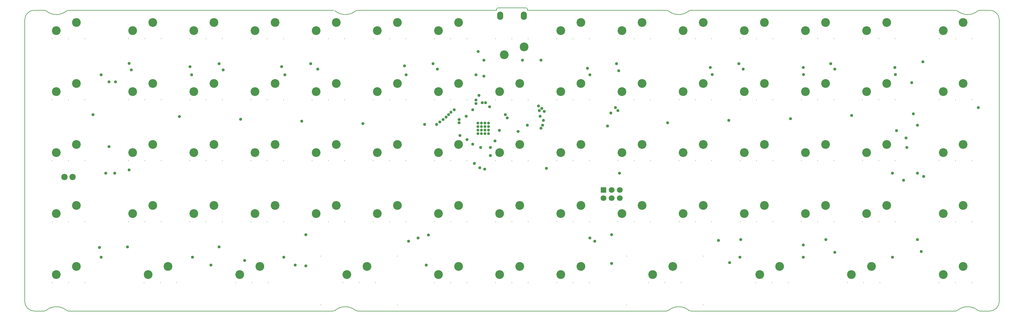
<source format=gts>
G04*
G04 #@! TF.GenerationSoftware,Altium Limited,Altium Designer,20.2.6 (244)*
G04*
G04 Layer_Color=8388736*
%FSLAX43Y43*%
%MOMM*%
G71*
G04*
G04 #@! TF.SameCoordinates,FBA5710F-A01C-4517-A5A6-22E0ABBBF171*
G04*
G04*
G04 #@! TF.FilePolarity,Negative*
G04*
G01*
G75*
%ADD10C,0.200*%
%ADD11C,0.013*%
%ADD12O,1.900X2.600*%
%ADD13C,2.740*%
%ADD14C,0.200*%
%ADD15R,1.800X1.800*%
%ADD16C,1.800*%
%ADD17C,1.978*%
%ADD18C,0.950*%
%ADD19C,0.900*%
D10*
X151775Y5900D02*
G03*
X148775Y8900I-3000J0D01*
G01*
Y-85098D02*
G03*
X151775Y-82098I0J3000D01*
G01*
X145083Y-84870D02*
G03*
X145718Y-85098I636J772D01*
G01*
X145083Y-84870D02*
G03*
X138727Y-84870I-3178J-3860D01*
G01*
X138092Y-85098D02*
G03*
X138727Y-84870I0J1000D01*
G01*
X55083D02*
G03*
X55718Y-85098I636J772D01*
G01*
X55083Y-84870D02*
G03*
X48727Y-84870I-3178J-3860D01*
G01*
X48092Y-85098D02*
G03*
X48727Y-84870I0J1000D01*
G01*
X-48727D02*
G03*
X-48092Y-85098I636J772D01*
G01*
X-48727Y-84870D02*
G03*
X-55083Y-84870I-3178J-3860D01*
G01*
X-55718Y-85098D02*
G03*
X-55083Y-84870I0J1000D01*
G01*
X-138727D02*
G03*
X-138092Y-85098I636J772D01*
G01*
X-138727Y-84870D02*
G03*
X-145083Y-84870I-3178J-3860D01*
G01*
X-145718Y-85098D02*
G03*
X-145083Y-84870I0J1000D01*
G01*
X-151775Y-82098D02*
G03*
X-148775Y-85098I3000J0D01*
G01*
Y8900D02*
G03*
X-151775Y5900I0J-3000D01*
G01*
X-145085Y8672D02*
G03*
X-145721Y8900I-636J-772D01*
G01*
X-145085Y8672D02*
G03*
X-138725Y8672I3180J3858D01*
G01*
X-138089Y8900D02*
G03*
X-138725Y8672I0J-1000D01*
G01*
X-55085D02*
G03*
X-48725Y8672I3180J3858D01*
G01*
X-48089Y8900D02*
G03*
X-48725Y8672I0J-1000D01*
G01*
X48725D02*
G03*
X48089Y8900I-636J-772D01*
G01*
X48725Y8672D02*
G03*
X55085Y8672I3180J3858D01*
G01*
X55721Y8900D02*
G03*
X55085Y8672I0J-1000D01*
G01*
X138725D02*
G03*
X138089Y8900I-636J-772D01*
G01*
X138725Y8672D02*
G03*
X145085Y8672I3180J3858D01*
G01*
X145721Y8900D02*
G03*
X145085Y8672I0J-1000D01*
G01*
X-4325Y9620D02*
G03*
X-4825Y9120I0J-500D01*
G01*
X4825Y9120D02*
G03*
X4325Y9620I-500J0D01*
G01*
X4825Y8900D02*
Y9120D01*
X151775Y-82098D02*
Y5900D01*
X145718Y-85098D02*
X148775D01*
X-151775Y-82098D02*
Y5900D01*
X-148775Y8900D02*
X-145721D01*
X-4825D02*
Y9120D01*
X-4325Y9620D02*
X4325D01*
X4825Y8900D02*
X48089D01*
X-48092Y-85098D02*
X48092D01*
X-138092D02*
X-55718D01*
X-148775D02*
X-145718D01*
X55718D02*
X138092D01*
X-48089Y8900D02*
X-4825D01*
X-138089D02*
X-55721D01*
X145721D02*
X148775D01*
X55721D02*
X138089D01*
D11*
X-55085Y8672D02*
G03*
X-55721Y8900I-636J-772D01*
G01*
D12*
X-3650Y7200D02*
D03*
X3650D02*
D03*
D13*
X59569Y-52129D02*
D03*
X53340Y-54610D02*
D03*
X-2419Y-5021D02*
D03*
X3810Y-2540D02*
D03*
X110490Y2540D02*
D03*
X116719Y5021D02*
D03*
Y-14029D02*
D03*
X110490Y-16510D02*
D03*
X-141923Y-35560D02*
D03*
X-135694Y-33079D02*
D03*
X110490Y-35560D02*
D03*
X116719Y-33079D02*
D03*
X134303Y-35560D02*
D03*
X140531Y-33079D02*
D03*
X15240Y-73660D02*
D03*
X21469Y-71179D02*
D03*
X50044D02*
D03*
X43815Y-73660D02*
D03*
X140531Y-71179D02*
D03*
X134303Y-73660D02*
D03*
X140531Y-14029D02*
D03*
X134303Y-16510D02*
D03*
X-51435Y-73660D02*
D03*
X-45206Y-71179D02*
D03*
X-118110Y2540D02*
D03*
X-111881Y5021D02*
D03*
X-92831D02*
D03*
X-99060Y2540D02*
D03*
X-80010D02*
D03*
X-73781Y5021D02*
D03*
X-54731D02*
D03*
X-60960Y2540D02*
D03*
X-41910D02*
D03*
X-35681Y5021D02*
D03*
X-16631D02*
D03*
X-22860Y2540D02*
D03*
X15240D02*
D03*
X21469Y5021D02*
D03*
X40519D02*
D03*
X34290Y2540D02*
D03*
X53340D02*
D03*
X59569Y5021D02*
D03*
X78619D02*
D03*
X72390Y2540D02*
D03*
X91440D02*
D03*
X97669Y5021D02*
D03*
X105728Y-73660D02*
D03*
X111956Y-71179D02*
D03*
X77152Y-73660D02*
D03*
X83381Y-71179D02*
D03*
X2419D02*
D03*
X-3810Y-73660D02*
D03*
X-16631Y-71179D02*
D03*
X-22860Y-73660D02*
D03*
X-84772D02*
D03*
X-78544Y-71179D02*
D03*
X-113348Y-73660D02*
D03*
X-107119Y-71179D02*
D03*
X-141923Y-73660D02*
D03*
X-135694Y-71179D02*
D03*
X-141923Y-54610D02*
D03*
X-135694Y-52129D02*
D03*
X-111881D02*
D03*
X-118110Y-54610D02*
D03*
X-92831Y-52129D02*
D03*
X-99060Y-54610D02*
D03*
X-73781Y-52129D02*
D03*
X-80010Y-54610D02*
D03*
X-54731Y-52129D02*
D03*
X-60960Y-54610D02*
D03*
X-35681Y-52129D02*
D03*
X-41910Y-54610D02*
D03*
X-16631Y-52129D02*
D03*
X-22860Y-54610D02*
D03*
X2419Y-52129D02*
D03*
X-3810Y-54610D02*
D03*
X21469Y-52129D02*
D03*
X15240Y-54610D02*
D03*
X40519Y-52129D02*
D03*
X34290Y-54610D02*
D03*
X78619Y-52129D02*
D03*
X72390Y-54610D02*
D03*
X97669Y-52129D02*
D03*
X91440Y-54610D02*
D03*
X116719Y-52129D02*
D03*
X110490Y-54610D02*
D03*
X134303D02*
D03*
X140531Y-52129D02*
D03*
X97669Y-33079D02*
D03*
X91440Y-35560D02*
D03*
X78619Y-33079D02*
D03*
X72390Y-35560D02*
D03*
X59569Y-33079D02*
D03*
X53340Y-35560D02*
D03*
X40519Y-33079D02*
D03*
X34290Y-35560D02*
D03*
X21469Y-33079D02*
D03*
X15240Y-35560D02*
D03*
X2419Y-33079D02*
D03*
X-3810Y-35560D02*
D03*
X-16631Y-33079D02*
D03*
X-22860Y-35560D02*
D03*
X-35681Y-33079D02*
D03*
X-41910Y-35560D02*
D03*
X-54731Y-33079D02*
D03*
X-60960Y-35560D02*
D03*
X-73781Y-33079D02*
D03*
X-80010Y-35560D02*
D03*
X-92831Y-33079D02*
D03*
X-99060Y-35560D02*
D03*
X-111881Y-33079D02*
D03*
X-118110Y-35560D02*
D03*
X-141923Y-16510D02*
D03*
X-135694Y-14029D02*
D03*
X-118110Y-16510D02*
D03*
X-111881Y-14029D02*
D03*
X-99060Y-16510D02*
D03*
X-92831Y-14029D02*
D03*
X-80010Y-16510D02*
D03*
X-73781Y-14029D02*
D03*
X-60960Y-16510D02*
D03*
X-54731Y-14029D02*
D03*
X-41910Y-16510D02*
D03*
X-35681Y-14029D02*
D03*
X-22860Y-16510D02*
D03*
X-16631Y-14029D02*
D03*
X-3810Y-16510D02*
D03*
X2419Y-14029D02*
D03*
X15240Y-16510D02*
D03*
X21469Y-14029D02*
D03*
X34290Y-16510D02*
D03*
X40519Y-14029D02*
D03*
X53340Y-16510D02*
D03*
X59569Y-14029D02*
D03*
X72390Y-16510D02*
D03*
X78619Y-14029D02*
D03*
X91440Y-16510D02*
D03*
X97669Y-14029D02*
D03*
X134303Y2540D02*
D03*
X140531Y5021D02*
D03*
X-141923Y2540D02*
D03*
X-135694Y5021D02*
D03*
D14*
X62230Y-57150D02*
D03*
X52070D02*
D03*
X57150D02*
D03*
X-5080Y0D02*
D03*
X5080D02*
D03*
X0D02*
D03*
X114300D02*
D03*
X109220D02*
D03*
X119380D02*
D03*
Y-19050D02*
D03*
X109220D02*
D03*
X114300D02*
D03*
X-138113Y-38100D02*
D03*
X-143193D02*
D03*
X-133033D02*
D03*
X114300D02*
D03*
X109220D02*
D03*
X119380D02*
D03*
X138113D02*
D03*
X133033D02*
D03*
X143193D02*
D03*
X19050Y-76200D02*
D03*
X13970D02*
D03*
X24130D02*
D03*
X52705D02*
D03*
X42545D02*
D03*
X47625D02*
D03*
X35687Y-83185D02*
D03*
Y-67945D02*
D03*
X59563Y-83185D02*
D03*
Y-67945D02*
D03*
X143193Y-76200D02*
D03*
X133033D02*
D03*
X138113D02*
D03*
X143193Y-19050D02*
D03*
X133033D02*
D03*
X138113D02*
D03*
X-35687Y-67945D02*
D03*
Y-83185D02*
D03*
X-59563Y-67945D02*
D03*
Y-83185D02*
D03*
X-47625Y-76200D02*
D03*
X-52705D02*
D03*
X-42545D02*
D03*
X-114300Y0D02*
D03*
X-119380D02*
D03*
X-109220D02*
D03*
X-90170D02*
D03*
X-100330D02*
D03*
X-95250D02*
D03*
X-76200D02*
D03*
X-81280D02*
D03*
X-71120D02*
D03*
X-52070D02*
D03*
X-62230D02*
D03*
X-57150D02*
D03*
X-38100D02*
D03*
X-43180D02*
D03*
X-33020D02*
D03*
X-13970D02*
D03*
X-24130D02*
D03*
X-19050D02*
D03*
X19050D02*
D03*
X13970D02*
D03*
X24130D02*
D03*
X43180D02*
D03*
X33020D02*
D03*
X38100D02*
D03*
X57150D02*
D03*
X52070D02*
D03*
X62230D02*
D03*
X81280D02*
D03*
X71120D02*
D03*
X76200D02*
D03*
X95250D02*
D03*
X90170D02*
D03*
X100330D02*
D03*
X109537Y-76200D02*
D03*
X104457D02*
D03*
X114618D02*
D03*
X80963D02*
D03*
X75882D02*
D03*
X86043D02*
D03*
X5080D02*
D03*
X-5080D02*
D03*
X0D02*
D03*
X-13970D02*
D03*
X-24130D02*
D03*
X-19050D02*
D03*
X-80963D02*
D03*
X-86043D02*
D03*
X-75882D02*
D03*
X-109537D02*
D03*
X-114618D02*
D03*
X-104457D02*
D03*
X-138113D02*
D03*
X-143193D02*
D03*
X-133033D02*
D03*
X-138113Y-57150D02*
D03*
X-143193D02*
D03*
X-133033D02*
D03*
X-109220D02*
D03*
X-119380D02*
D03*
X-114300D02*
D03*
X-90170D02*
D03*
X-100330D02*
D03*
X-95250D02*
D03*
X-71120D02*
D03*
X-81280D02*
D03*
X-76200D02*
D03*
X-52070D02*
D03*
X-62230D02*
D03*
X-57150D02*
D03*
X-33020D02*
D03*
X-43180D02*
D03*
X-38100D02*
D03*
X-13970D02*
D03*
X-24130D02*
D03*
X-19050D02*
D03*
X5080D02*
D03*
X-5080D02*
D03*
X0D02*
D03*
X24130D02*
D03*
X13970D02*
D03*
X19050D02*
D03*
X43180D02*
D03*
X33020D02*
D03*
X38100D02*
D03*
X81280D02*
D03*
X71120D02*
D03*
X76200D02*
D03*
X100330D02*
D03*
X90170D02*
D03*
X95250D02*
D03*
X119380D02*
D03*
X109220D02*
D03*
X114300D02*
D03*
X138113D02*
D03*
X133033D02*
D03*
X143193D02*
D03*
X100330Y-38100D02*
D03*
X90170D02*
D03*
X95250D02*
D03*
X81280D02*
D03*
X71120D02*
D03*
X76200D02*
D03*
X62230D02*
D03*
X52070D02*
D03*
X57150D02*
D03*
X43180D02*
D03*
X33020D02*
D03*
X38100D02*
D03*
X24130D02*
D03*
X13970D02*
D03*
X19050D02*
D03*
X5080D02*
D03*
X-5080D02*
D03*
X0D02*
D03*
X-13970D02*
D03*
X-24130D02*
D03*
X-19050D02*
D03*
X-33020D02*
D03*
X-43180D02*
D03*
X-38100D02*
D03*
X-52070D02*
D03*
X-62230D02*
D03*
X-57150D02*
D03*
X-71120D02*
D03*
X-81280D02*
D03*
X-76200D02*
D03*
X-90170D02*
D03*
X-100330D02*
D03*
X-95250D02*
D03*
X-109220D02*
D03*
X-119380D02*
D03*
X-114300D02*
D03*
X-138113Y-19050D02*
D03*
X-143193D02*
D03*
X-133033D02*
D03*
X-114300D02*
D03*
X-119380D02*
D03*
X-109220D02*
D03*
X-95250D02*
D03*
X-100330D02*
D03*
X-90170D02*
D03*
X-76200D02*
D03*
X-81280D02*
D03*
X-71120D02*
D03*
X-57150D02*
D03*
X-62230D02*
D03*
X-52070D02*
D03*
X-38100D02*
D03*
X-43180D02*
D03*
X-33020D02*
D03*
X-19050D02*
D03*
X-24130D02*
D03*
X-13970D02*
D03*
X0D02*
D03*
X-5080D02*
D03*
X5080D02*
D03*
X19050D02*
D03*
X13970D02*
D03*
X24130D02*
D03*
X38100D02*
D03*
X33020D02*
D03*
X43180D02*
D03*
X57150D02*
D03*
X52070D02*
D03*
X62230D02*
D03*
X76200D02*
D03*
X71120D02*
D03*
X81280D02*
D03*
X95250D02*
D03*
X90170D02*
D03*
X100330D02*
D03*
X138113Y0D02*
D03*
X133033D02*
D03*
X143193D02*
D03*
X-138113D02*
D03*
X-143193D02*
D03*
X-133033D02*
D03*
D15*
X28460Y-47230D02*
D03*
D16*
Y-49770D02*
D03*
X31000Y-47230D02*
D03*
Y-49770D02*
D03*
X33540Y-47230D02*
D03*
Y-49770D02*
D03*
D17*
X-136842Y-43180D02*
D03*
X-139383D02*
D03*
D18*
X-8750Y-11750D02*
D03*
Y-6750D02*
D03*
X-14000Y-31500D02*
D03*
X-16250Y-30250D02*
D03*
X-10250Y-17750D02*
D03*
X-8250Y-20000D02*
D03*
X-9250D02*
D03*
X71000Y-68250D02*
D03*
X-29250Y-62250D02*
D03*
X-11250Y-11250D02*
D03*
X-10500Y-4000D02*
D03*
X23500Y-9275D02*
D03*
X32250Y-21500D02*
D03*
X33000Y-22500D02*
D03*
X30750Y-23250D02*
D03*
X48500Y-26250D02*
D03*
X9750Y-25475D02*
D03*
X29750Y-27250D02*
D03*
X10000Y-22750D02*
D03*
X8500Y-22500D02*
D03*
X9250Y-21750D02*
D03*
X8250Y-21000D02*
D03*
X33500Y-42000D02*
D03*
X-11250Y-19196D02*
D03*
X-12250Y-33000D02*
D03*
X-11750Y-39000D02*
D03*
X-9750Y-34000D02*
D03*
X-10048Y-40298D02*
D03*
X-8500Y-40750D02*
D03*
X-6758Y-36500D02*
D03*
X-5250Y-31975D02*
D03*
X-6750Y-34000D02*
D03*
X1942Y-29000D02*
D03*
X4750Y-27000D02*
D03*
X10750Y-40500D02*
D03*
X-125500Y-13500D02*
D03*
X-123500D02*
D03*
X-123750Y-42007D02*
D03*
X-126500Y-42000D02*
D03*
X-128493Y-65243D02*
D03*
X-128000Y-68250D02*
D03*
X-64225Y-70975D02*
D03*
X122000Y-44250D02*
D03*
X124500Y-13750D02*
D03*
X125025Y-23469D02*
D03*
X9000Y-6750D02*
D03*
X3250D02*
D03*
X-103575Y-24324D02*
D03*
X-84525Y-25208D02*
D03*
X-65475Y-25732D02*
D03*
X-46425Y-26525D02*
D03*
X-2089Y-23750D02*
D03*
X-7000Y-21250D02*
D03*
X-12221Y-22221D02*
D03*
X9000Y-28000D02*
D03*
X9500Y-27000D02*
D03*
X-3915Y-28665D02*
D03*
X8750Y-24250D02*
D03*
X-14250D02*
D03*
X-23500Y-26750D02*
D03*
X-27250Y-26768D02*
D03*
X-21500Y-25250D02*
D03*
X-20500Y-24500D02*
D03*
X-16500Y-26250D02*
D03*
X-22500Y-26000D02*
D03*
X-18000Y-22250D02*
D03*
X-19750Y-23750D02*
D03*
X-19000Y-23000D02*
D03*
X86750Y-25000D02*
D03*
X118500Y-42000D02*
D03*
X128250Y-43000D02*
D03*
X-91238Y-7812D02*
D03*
X-62662D02*
D03*
X-24562D02*
D03*
X32588D02*
D03*
X99262D02*
D03*
X70688D02*
D03*
X128000Y-7250D02*
D03*
X-33500Y-8525D02*
D03*
X-119250Y-7750D02*
D03*
X-100325Y-8750D02*
D03*
X-71750D02*
D03*
X-118575Y-9750D02*
D03*
X-90000D02*
D03*
X-60500Y-9500D02*
D03*
X-23250D02*
D03*
X-128000Y-11250D02*
D03*
X-99750D02*
D03*
X-70750D02*
D03*
X-33000D02*
D03*
X61750Y-9000D02*
D03*
X33250Y-10000D02*
D03*
X90750Y-9000D02*
D03*
X72000Y-9500D02*
D03*
X100500D02*
D03*
X119250Y-9000D02*
D03*
X126262Y-41987D02*
D03*
X-67500Y-70750D02*
D03*
X-83250Y-69250D02*
D03*
X-91262Y-65012D02*
D03*
X-93750Y-70750D02*
D03*
X-99500Y-68250D02*
D03*
X-26750Y-70750D02*
D03*
X-32250Y-63250D02*
D03*
X31013Y-70238D02*
D03*
X25750Y-63250D02*
D03*
X67750Y-70000D02*
D03*
X64294Y-63000D02*
D03*
X100500Y-66750D02*
D03*
X90750Y-64500D02*
D03*
X127500Y-66500D02*
D03*
X119750Y-28750D02*
D03*
X123000Y-34000D02*
D03*
X126250Y-27000D02*
D03*
X122750Y-31000D02*
D03*
X97750Y-62750D02*
D03*
X71250D02*
D03*
X31013Y-61263D02*
D03*
X-26062Y-61312D02*
D03*
X-64250Y-61250D02*
D03*
X-119762Y-65012D02*
D03*
X126262Y-62763D02*
D03*
X24250Y-62250D02*
D03*
X90825Y-11175D02*
D03*
X62325D02*
D03*
X24250Y-11250D02*
D03*
X119425Y-11175D02*
D03*
X118500Y-68250D02*
D03*
X90750D02*
D03*
X-71044D02*
D03*
X-1500Y-24750D02*
D03*
X67500Y-25500D02*
D03*
X105750Y-24000D02*
D03*
X145250Y-21500D02*
D03*
X-119250Y-41000D02*
D03*
X-125500Y-33750D02*
D03*
X-16500Y-25250D02*
D03*
X-130500Y-23733D02*
D03*
X-11250Y-20250D02*
D03*
D19*
X-7350Y-29650D02*
D03*
Y-28550D02*
D03*
Y-27450D02*
D03*
Y-26350D02*
D03*
X-8450Y-29650D02*
D03*
Y-28550D02*
D03*
Y-27450D02*
D03*
Y-26350D02*
D03*
X-9550Y-29650D02*
D03*
Y-28550D02*
D03*
Y-27450D02*
D03*
Y-26350D02*
D03*
X-10650Y-29650D02*
D03*
Y-28550D02*
D03*
Y-27450D02*
D03*
Y-26350D02*
D03*
M02*

</source>
